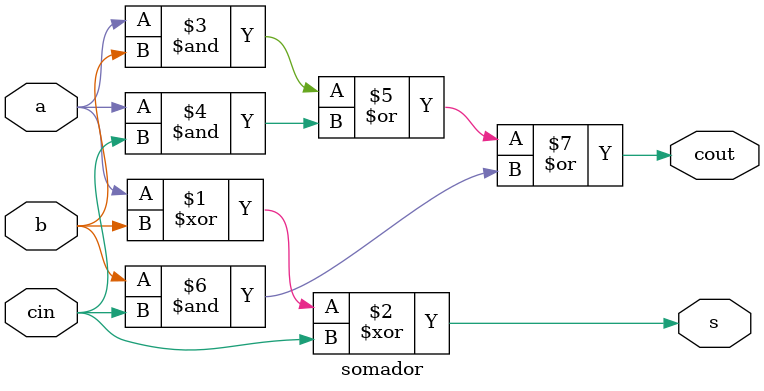
<source format=sv>
module somador(
    input logic a, b,
    input logic cin,
    output logic s,
    output logic cout
);

assign s = a ^ b ^ cin;
assign cout = a & b | a & cin | b & cin;

endmodule

</source>
